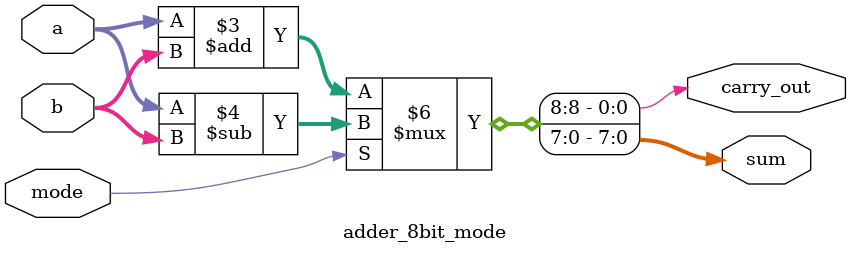
<source format=sv>
`timescale 1ns / 1ps
module adder_8bit_mode(
    input logic [7:0] a,
    input logic [7:0] b,
    input logic mode,
    output logic [7:0] sum,
    output logic carry_out
    );

    always_comb begin : mode_select
        if (mode == 1'b0) begin
            {carry_out, sum} = a + b; // Addition
        end else begin
            {carry_out, sum} = a - b; // Subtraction
        end
    end

endmodule

</source>
